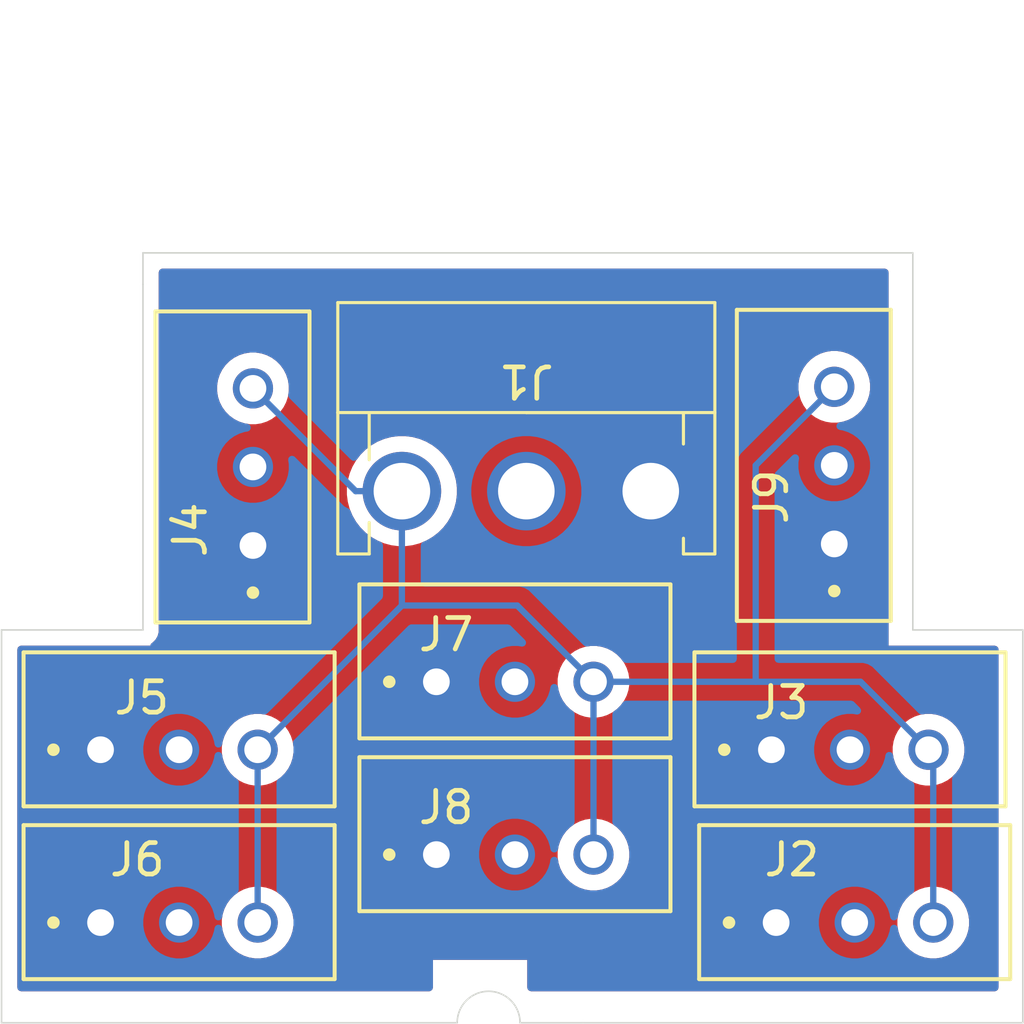
<source format=kicad_pcb>
(kicad_pcb (version 20241229) (generator "pcbnew") (generator_version "9.0")
  (layers (0 "F.Cu" signal) (2 "B.Cu" signal) (13 "F.Paste" user) (15 "B.Paste" user) (5 "F.SilkS" user "F.Silkscreen") (7 "B.SilkS" user "B.Silkscreen") (1 "F.Mask" user) (3 "B.Mask" user) (25 "Edge.Cuts" user))
  (net 0 "")
  (net 1 "Signal")
  (net 2 "GND")
  (net 3 "Vcc")
  (footprint "Molex 220305025:MOLEX_22-03-5035" (layer "F.Cu") (at 176.5 108.2625 90)
    (property "Reference" "J9" (at 1.5 -2 90) (layer "F.SilkS") (effects (font (size 1.001331 1.001331))))
    (property "Value" "22-03-5035" (hide yes))
    (fp_line (start 7.45 -3.1) (end 7.45 1.8) (stroke (width 0.127)) (layer "F.SilkS"))
    (fp_line (start -2.45 -3.1) (end 7.45 -3.1) (stroke (width 0.127)) (layer "F.SilkS"))
    (fp_line (start 7.45 1.8) (end -2.45 1.8) (stroke (width 0.127)) (layer "F.SilkS"))
    (fp_line (start -2.45 1.8) (end -2.45 -3.1) (stroke (width 0.127)) (layer "F.SilkS"))
    (fp_circle (center -1.5 0) (end -1.4 0) (stroke (width 0.2)) (fill no) (layer "F.SilkS"))
    (pad "1" thru_hole rect (at 0 0 90) (size 1.28 1.28) (drill 0.85) (layers "*.Cu" "*.Mask") (net 2 "GND"))
    (pad "2" thru_hole circle (at 2.5 0 90) (size 1.28 1.28) (drill 0.85) (layers "*.Cu" "*.Mask") (net 3 "Vcc"))
    (pad "3" thru_hole circle (at 5 0 90) (size 1.28 1.28) (drill 0.85) (layers "*.Cu" "*.Mask") (net 1 "Signal"))
  )
  (footprint "Molex 220305025:MOLEX_22-03-5035" (layer "F.Cu") (at 174.5 114.8125)
    (property "Reference" "J3" (at 0.3125 -1.5 0) (layer "F.SilkS") (effects (font (size 1.001331 1.001331))))
    (property "Value" "22-03-5035" (hide yes))
    (fp_line (start -2.45 -3.1) (end 7.45 -3.1) (stroke (width 0.127)) (layer "F.SilkS"))
    (fp_line (start -2.45 1.8) (end -2.45 -3.1) (stroke (width 0.127)) (layer "F.SilkS"))
    (fp_line (start 7.45 -3.1) (end 7.45 1.8) (stroke (width 0.127)) (layer "F.SilkS"))
    (fp_line (start 7.45 1.8) (end -2.45 1.8) (stroke (width 0.127)) (layer "F.SilkS"))
    (fp_circle (center -1.5 0) (end -1.4 0) (stroke (width 0.2)) (fill no) (layer "F.SilkS"))
    (pad "1" thru_hole rect (at 0 0) (size 1.28 1.28) (drill 0.85) (layers "*.Cu" "*.Mask") (net 2 "GND"))
    (pad "2" thru_hole circle (at 2.5 0) (size 1.28 1.28) (drill 0.85) (layers "*.Cu" "*.Mask") (net 3 "Vcc"))
    (pad "3" thru_hole circle (at 5 0) (size 1.28 1.28) (drill 0.85) (layers "*.Cu" "*.Mask") (net 1 "Signal"))
  )
  (footprint "Molex 220305025:MOLEX_22-03-5035" (layer "F.Cu") (at 153.15 120.3125)
    (property "Reference" "J6" (at 1.170565 -2 0) (layer "F.SilkS") (effects (font (size 1.001331 1.001331))))
    (property "Value" "22-03-5035" (hide yes))
    (fp_line (start -2.45 -3.1) (end 7.45 -3.1) (stroke (width 0.127)) (layer "F.SilkS"))
    (fp_line (start -2.45 1.8) (end -2.45 -3.1) (stroke (width 0.127)) (layer "F.SilkS"))
    (fp_line (start 7.45 -3.1) (end 7.45 1.8) (stroke (width 0.127)) (layer "F.SilkS"))
    (fp_line (start 7.45 1.8) (end -2.45 1.8) (stroke (width 0.127)) (layer "F.SilkS"))
    (fp_circle (center -1.5 0) (end -1.4 0) (stroke (width 0.2)) (fill no) (layer "F.SilkS"))
    (pad "1" thru_hole rect (at 0 0) (size 1.28 1.28) (drill 0.85) (layers "*.Cu" "*.Mask") (net 2 "GND"))
    (pad "2" thru_hole circle (at 2.5 0) (size 1.28 1.28) (drill 0.85) (layers "*.Cu" "*.Mask") (net 3 "Vcc"))
    (pad "3" thru_hole circle (at 5 0) (size 1.28 1.28) (drill 0.85) (layers "*.Cu" "*.Mask") (net 1 "Signal"))
  )
  (footprint "Molex 220305025:MOLEX_22-03-5035" (layer "F.Cu") (at 174.65 120.3125)
    (property "Reference" "J2" (at 0.5 -2 0) (layer "F.SilkS") (effects (font (size 1.001331 1.001331))))
    (property "Value" "22-03-5035" (hide yes))
    (fp_line (start -2.45 -3.1) (end 7.45 -3.1) (stroke (width 0.127)) (layer "F.SilkS"))
    (fp_line (start -2.45 1.8) (end -2.45 -3.1) (stroke (width 0.127)) (layer "F.SilkS"))
    (fp_line (start 7.45 -3.1) (end 7.45 1.8) (stroke (width 0.127)) (layer "F.SilkS"))
    (fp_line (start 7.45 1.8) (end -2.45 1.8) (stroke (width 0.127)) (layer "F.SilkS"))
    (fp_circle (center -1.5 0) (end -1.4 0) (stroke (width 0.2)) (fill no) (layer "F.SilkS"))
    (pad "1" thru_hole rect (at 0 0) (size 1.28 1.28) (drill 0.85) (layers "*.Cu" "*.Mask") (net 2 "GND"))
    (pad "2" thru_hole circle (at 2.5 0) (size 1.28 1.28) (drill 0.85) (layers "*.Cu" "*.Mask") (net 3 "Vcc"))
    (pad "3" thru_hole circle (at 5 0) (size 1.28 1.28) (drill 0.85) (layers "*.Cu" "*.Mask") (net 1 "Signal"))
  )
  (footprint "Molex 220305025:MOLEX_22-03-5035" (layer "F.Cu") (at 153.15 114.8125)
    (property "Reference" "J5" (at 1.3125 -1.65 0) (layer "F.SilkS") (effects (font (size 1.001331 1.001331))))
    (property "Value" "22-03-5035" (hide yes))
    (fp_line (start -2.45 -3.1) (end 7.45 -3.1) (stroke (width 0.127)) (layer "F.SilkS"))
    (fp_line (start -2.45 1.8) (end -2.45 -3.1) (stroke (width 0.127)) (layer "F.SilkS"))
    (fp_line (start 7.45 -3.1) (end 7.45 1.8) (stroke (width 0.127)) (layer "F.SilkS"))
    (fp_line (start 7.45 1.8) (end -2.45 1.8) (stroke (width 0.127)) (layer "F.SilkS"))
    (fp_circle (center -1.5 0) (end -1.4 0) (stroke (width 0.2)) (fill no) (layer "F.SilkS"))
    (pad "1" thru_hole rect (at 0 0) (size 1.28 1.28) (drill 0.85) (layers "*.Cu" "*.Mask") (net 2 "GND"))
    (pad "2" thru_hole circle (at 2.5 0) (size 1.28 1.28) (drill 0.85) (layers "*.Cu" "*.Mask") (net 3 "Vcc"))
    (pad "3" thru_hole circle (at 5 0) (size 1.28 1.28) (drill 0.85) (layers "*.Cu" "*.Mask") (net 1 "Signal"))
  )
  (footprint "Molex 220305025:MOLEX_22-03-5035" (layer "F.Cu") (at 163.8375 112.65)
    (property "Reference" "J7" (at 0.3125 -1.5 0) (layer "F.SilkS") (effects (font (size 1.001331 1.001331))))
    (property "Value" "22-03-5035" (hide yes))
    (fp_line (start -2.45 -3.1) (end 7.45 -3.1) (stroke (width 0.127)) (layer "F.SilkS"))
    (fp_line (start -2.45 1.8) (end -2.45 -3.1) (stroke (width 0.127)) (layer "F.SilkS"))
    (fp_line (start 7.45 -3.1) (end 7.45 1.8) (stroke (width 0.127)) (layer "F.SilkS"))
    (fp_line (start 7.45 1.8) (end -2.45 1.8) (stroke (width 0.127)) (layer "F.SilkS"))
    (fp_circle (center -1.5 0) (end -1.4 0) (stroke (width 0.2)) (fill no) (layer "F.SilkS"))
    (pad "1" thru_hole rect (at 0 0) (size 1.28 1.28) (drill 0.85) (layers "*.Cu" "*.Mask") (net 2 "GND"))
    (pad "2" thru_hole circle (at 2.5 0) (size 1.28 1.28) (drill 0.85) (layers "*.Cu" "*.Mask") (net 3 "Vcc"))
    (pad "3" thru_hole circle (at 5 0) (size 1.28 1.28) (drill 0.85) (layers "*.Cu" "*.Mask") (net 1 "Signal"))
  )
  (footprint "Molex 220305025:MOLEX_22-03-5035" (layer "F.Cu") (at 158 108.3125 90)
    (property "Reference" "J4" (at 0.5 -2 90) (layer "F.SilkS") (effects (font (size 1.001331 1.001331))))
    (property "Value" "22-03-5035" (hide yes))
    (fp_line (start 7.45 -3.1) (end 7.45 1.8) (stroke (width 0.127)) (layer "F.SilkS"))
    (fp_line (start -2.45 -3.1) (end 7.45 -3.1) (stroke (width 0.127)) (layer "F.SilkS"))
    (fp_line (start 7.45 1.8) (end -2.45 1.8) (stroke (width 0.127)) (layer "F.SilkS"))
    (fp_line (start -2.45 1.8) (end -2.45 -3.1) (stroke (width 0.127)) (layer "F.SilkS"))
    (fp_circle (center -1.5 0) (end -1.4 0) (stroke (width 0.2)) (fill no) (layer "F.SilkS"))
    (pad "1" thru_hole rect (at 0 0 90) (size 1.28 1.28) (drill 0.85) (layers "*.Cu" "*.Mask") (net 2 "GND"))
    (pad "2" thru_hole circle (at 2.5 0 90) (size 1.28 1.28) (drill 0.85) (layers "*.Cu" "*.Mask") (net 3 "Vcc"))
    (pad "3" thru_hole circle (at 5 0 90) (size 1.28 1.28) (drill 0.85) (layers "*.Cu" "*.Mask") (net 1 "Signal"))
  )
  (footprint "B3PS-VH_LF_SN:JST S3P-VH(LF)(SN)" (layer "F.Cu") (at 166.7 106.5825 180)
    (property "Reference" "J1" (at 0 3.5 180) (layer "F.SilkS"))
    (property "Value" "~" (hide yes))
    (fp_line (start 6 6) (end 6 2.5) (stroke (width 0.1)) (layer "F.SilkS"))
    (fp_line (start 6 6) (end -6 6) (stroke (width 0.1)) (layer "F.SilkS"))
    (fp_line (start 6 2.5) (end 6 -2) (stroke (width 0.1)) (layer "F.SilkS"))
    (fp_line (start 6 -2) (end 5 -2) (stroke (width 0.1)) (layer "F.SilkS"))
    (fp_line (start 5 1) (end 5 2.5) (stroke (width 0.1)) (layer "F.SilkS"))
    (fp_line (start 5 -2) (end 5 -1) (stroke (width 0.1)) (layer "F.SilkS"))
    (fp_line (start 0 2.5) (end 6 2.5) (stroke (width 0.1)) (layer "F.SilkS"))
    (fp_line (start 0 2.5) (end -6 2.5) (stroke (width 0.1)) (layer "F.SilkS"))
    (fp_line (start -5 2.5) (end 0 2.5) (stroke (width 0.1)) (layer "F.SilkS"))
    (fp_line (start -5 1.5) (end -5 2.5) (stroke (width 0.1)) (layer "F.SilkS"))
    (fp_line (start -5 -2) (end -5 -1.5) (stroke (width 0.1)) (layer "F.SilkS"))
    (fp_line (start -6 6) (end -6 2.5) (stroke (width 0.1)) (layer "F.SilkS"))
    (fp_line (start -6 2.5) (end -6 -2) (stroke (width 0.1)) (layer "F.SilkS"))
    (fp_line (start -6 -2) (end -5 -2) (stroke (width 0.1)) (layer "F.SilkS"))
    (pad "1" thru_hole rect (at -3.96 0 180) (size 2.5 2.5) (drill 1.8) (layers "*.Cu" "*.Mask") (net 2 "GND"))
    (pad "2" thru_hole circle (at 0 0 180) (size 2.5 2.5) (drill 1.8) (layers "*.Cu" "*.Mask") (net 3 "Vcc"))
    (pad "3" thru_hole circle (at 3.96 0 180) (size 2.5 2.5) (drill 1.8) (layers "*.Cu" "*.Mask") (net 1 "Signal"))
  )
  (footprint "Molex 220305025:MOLEX_22-03-5035" (layer "F.Cu") (at 163.8375 118.15)
    (property "Reference" "J8" (at 0.3125 -1.5 0) (layer "F.SilkS") (effects (font (size 1.001331 1.001331))))
    (property "Value" "22-03-5035" (hide yes))
    (fp_line (start -2.45 -3.1) (end 7.45 -3.1) (stroke (width 0.127)) (layer "F.SilkS"))
    (fp_line (start -2.45 1.8) (end -2.45 -3.1) (stroke (width 0.127)) (layer "F.SilkS"))
    (fp_line (start 7.45 -3.1) (end 7.45 1.8) (stroke (width 0.127)) (layer "F.SilkS"))
    (fp_line (start 7.45 1.8) (end -2.45 1.8) (stroke (width 0.127)) (layer "F.SilkS"))
    (fp_circle (center -1.5 0) (end -1.4 0) (stroke (width 0.2)) (fill no) (layer "F.SilkS"))
    (pad "1" thru_hole rect (at 0 0) (size 1.28 1.28) (drill 0.85) (layers "*.Cu" "*.Mask") (net 2 "GND"))
    (pad "2" thru_hole circle (at 2.5 0) (size 1.28 1.28) (drill 0.85) (layers "*.Cu" "*.Mask") (net 3 "Vcc"))
    (pad "3" thru_hole circle (at 5 0) (size 1.28 1.28) (drill 0.85) (layers "*.Cu" "*.Mask") (net 1 "Signal"))
  )
  (gr_line (start 179 99) (end 179 111) (stroke (width 0.05)) (layer "Edge.Cuts"))
  (gr_line (start 154.5 100) (end 154.5 99) (stroke (width 0.05)) (layer "Edge.Cuts"))
  (gr_line (start 182.5 123.5) (end 168.5 123.5) (stroke (width 0.05)) (layer "Edge.Cuts"))
  (gr_line (start 166.5 123.5) (end 168.5 123.5) (stroke (width 0.05)) (layer "Edge.Cuts"))
  (gr_line (start 154.5 111) (end 154.5 100) (stroke (width 0.05)) (layer "Edge.Cuts"))
  (gr_arc (start 164.5 123.5) (mid 165.5 122.5) (end 166.5 123.5) (stroke (width 0.05)) (layer "Edge.Cuts"))
  (gr_line (start 179 111) (end 182.5 111) (stroke (width 0.05)) (layer "Edge.Cuts"))
  (gr_line (start 154.5 99) (end 179 99) (stroke (width 0.05)) (layer "Edge.Cuts"))
  (gr_line (start 150 111) (end 154.5 111) (stroke (width 0.05)) (layer "Edge.Cuts"))
  (gr_line (start 164.5 123.5) (end 150 123.5) (stroke (width 0.05)) (layer "Edge.Cuts"))
  (gr_line (start 150 123.5) (end 150 111) (stroke (width 0.05)) (layer "Edge.Cuts"))
  (gr_line (start 182.5 111) (end 182.5 123.5) (stroke (width 0.05)) (layer "Edge.Cuts"))
  (segment (start 174 105.7625) (end 176.5 103.2625) (width 0.2) (layer "B.Cu") (net 1))
  (segment (start 179.65 120.3125) (end 179.65 114.9625) (width 0.2) (layer "B.Cu") (net 1))
  (segment (start 179.65 114.9625) (end 179.5 114.8125) (width 0.2) (layer "B.Cu") (net 1))
  (segment (start 161.27 106.5825) (end 162.74 106.5825) (width 0.2) (layer "B.Cu") (net 1))
  (segment (start 174 112.65) (end 174 105.7625) (width 0.2) (layer "B.Cu") (net 1))
  (segment (start 162.74 110.2225) (end 162.74 106.5825) (width 0.2) (layer "B.Cu") (net 1))
  (segment (start 158.15 120.3125) (end 158.15 114.8125) (width 0.2) (layer "B.Cu") (net 1))
  (segment (start 174 112.65) (end 168.8375 112.65) (width 0.2) (layer "B.Cu") (net 1))
  (segment (start 179.5 114.8125) (end 177.3375 112.65) (width 0.2) (layer "B.Cu") (net 1))
  (segment (start 158 103.3125) (end 161.27 106.5825) (width 0.2) (layer "B.Cu") (net 1))
  (segment (start 158.15 114.8125) (end 162.74 110.2225) (width 0.2) (layer "B.Cu") (net 1))
  (segment (start 168.8375 112.65) (end 166.41 110.2225) (width 0.2) (layer "B.Cu") (net 1))
  (segment (start 177.3375 112.65) (end 174 112.65) (width 0.2) (layer "B.Cu") (net 1))
  (segment (start 166.41 110.2225) (end 162.74 110.2225) (width 0.2) (layer "B.Cu") (net 1))
  (segment (start 168.8375 112.65) (end 168.8375 118.15) (width 0.2) (layer "B.Cu") (net 1))
  (zone (net 3) (net_name "Vcc") (layer "F.Cu") (connect_pads yes (clearance 0.5)) (min_thickness 0.25) (fill yes (thermal_gap 0.5) (thermal_bridge_width 0.5))
    (polygon (pts (xy 150.229451 111.5) (xy 150.229451 122.5) (xy 163.729451 122.5) (xy 163.729451 121.5) (xy 166.729451 121.5) (xy 166.729451 122.5) (xy 181.5 122.5) (xy 181.729451 122.5) (xy 181.729451 111.5) (xy 178.229451 111.5) (xy 178.229451 99.5) (xy 154.729451 99.5) (xy 154.729451 111.5)))
  )
  (zone (net 2) (net_name "GND") (layer "B.Cu") (connect_pads yes (clearance 0.5)) (min_thickness 0.25) (fill yes (thermal_gap 0.5) (thermal_bridge_width 0.5))
    (polygon (pts (xy 150.229451 111.5) (xy 150.229451 122.5) (xy 163.729451 122.5) (xy 163.729451 121.5) (xy 166.729451 121.5) (xy 166.729451 122.5) (xy 181.5 122.5) (xy 181.729451 122.5) (xy 181.729451 111.5) (xy 178.229451 111.5) (xy 178.229451 99.5) (xy 154.729451 99.5) (xy 154.729451 111.5)))
  )
)
</source>
